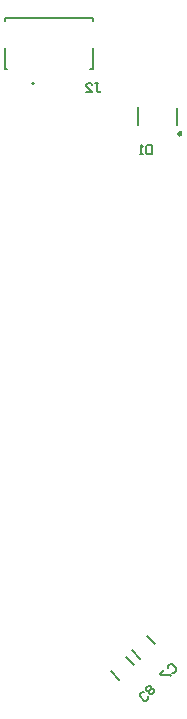
<source format=gbo>
G04*
G04 #@! TF.GenerationSoftware,Altium Limited,Altium Designer,24.2.2 (26)*
G04*
G04 Layer_Color=32896*
%FSLAX44Y44*%
%MOMM*%
G71*
G04*
G04 #@! TF.SameCoordinates,F7C56DC2-231D-4419-A4E4-230404E4AC21*
G04*
G04*
G04 #@! TF.FilePolarity,Positive*
G04*
G01*
G75*
%ADD11C,0.1524*%
%ADD16C,0.1270*%
%ADD19C,0.2032*%
%ADD93C,0.2000*%
D11*
X607586Y862584D02*
G03*
X607586Y862584I-1796J0D01*
G01*
X578184Y437689D02*
X585009Y430864D01*
X565611Y425116D02*
X572436Y418291D01*
X560404Y419909D02*
X567229Y413084D01*
X547831Y407336D02*
X554656Y400511D01*
D16*
X458300Y917650D02*
Y935200D01*
X532300Y917650D02*
Y935200D01*
X458300Y917650D02*
X460100D01*
X530500D02*
X532300D01*
X458300Y957950D02*
Y960650D01*
X532300Y957950D02*
Y960650D01*
X458300D02*
X532300D01*
D19*
X603504Y869696D02*
Y884696D01*
X570992Y869936D02*
Y884936D01*
X579256Y386181D02*
X579256Y384385D01*
X577460Y382590D01*
X575665D01*
X572074Y386181D01*
Y387976D01*
X573869Y389772D01*
X575665Y389772D01*
X581051Y387976D02*
X582847D01*
X584642Y389772D01*
X584642Y391567D01*
X583744Y392465D01*
X581949D01*
X581949Y394260D01*
X581051Y395158D01*
X579256Y395158D01*
X577460Y393363D01*
Y391567D01*
X578358Y390669D01*
X580154D01*
X580154Y388874D01*
X581051Y387976D01*
X580154Y390669D02*
X581949Y392465D01*
X534670Y905509D02*
X537209D01*
X535939D01*
Y899161D01*
X537209Y897891D01*
X538478D01*
X539748Y899161D01*
X527052Y897891D02*
X532130D01*
X527052Y902970D01*
Y904239D01*
X528322Y905509D01*
X530861D01*
X532130Y904239D01*
X582168Y852930D02*
Y845312D01*
X578359D01*
X577090Y846582D01*
Y851660D01*
X578359Y852930D01*
X582168D01*
X574551Y845312D02*
X572011D01*
X573281D01*
Y852930D01*
X574551Y851660D01*
X595748Y409855D02*
X595748Y411651D01*
X597544Y413446D01*
X599339D01*
X602930Y409855D01*
Y408060D01*
X601135Y406264D01*
X599339Y406264D01*
X593055Y408957D02*
X589464Y405367D01*
X590362Y404469D01*
X597544D01*
X598442Y403571D01*
D93*
X482800Y905150D02*
G03*
X482800Y905150I-1000J0D01*
G01*
M02*

</source>
